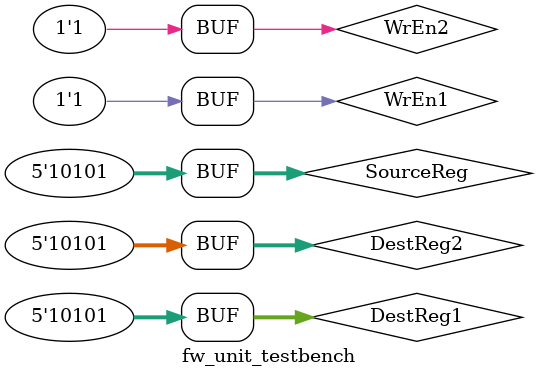
<source format=sv>
`timescale 1ps/1ps

module fw_unit (SourceReg, DestReg1, DestReg2, WrEn1, WrEn2, Fw_SourceReg);
	input  logic [4:0] SourceReg, DestReg1, DestReg2;
	input  logic       WrEn1, WrEn2;
	output logic [1:0] Fw_SourceReg;                        // 00 if no forwarding, 01/11 if 1 cycle, 10 if 2 cycle. Used for mux selection
                                                            // if both DestReg are equal to the source reg, use the most recent result

	assign Fw_SourceReg[0] = (SourceReg == DestReg1) && WrEn1 && (DestReg1 != 5'h1F);
	assign Fw_SourceReg[1] = (SourceReg == DestReg2) && WrEn2 && (DestReg2 != 5'h1F);
endmodule

module fw_unit_testbench();
	logic [4:0] SourceReg, DestReg1, DestReg2;
	logic       WrEn1, WrEn2;
	logic [1:0] Fw_SourceReg;

	fw_unit dut (.*);

	initial begin
		// test no write enable
		SourceReg = 5'h15; DestReg1 = 5'h15; DestReg2 = 5'h15; WrEn1 = 1'b0; WrEn2 = 1'b0; #250;
		// test x31
		SourceReg = 5'h1F; DestReg1 = 5'h1F; DestReg2 = 5'h00; WrEn1 = 1'b1; WrEn2 = 1'b1; #250;
		SourceReg = 5'h1F; DestReg1 = 5'h00; DestReg2 = 5'h1F; WrEn1 = 1'b1; WrEn2 = 1'b1; #250;
		// test SourceReg == DestReg1
		SourceReg = 5'h15; DestReg1 = 5'h15; DestReg2 = 5'h00; WrEn1 = 1'b1; WrEn2 = 1'b1; #250;
		// test SourceReg == DestReg2
		SourceReg = 5'h15; DestReg1 = 5'h00; DestReg2 = 5'h15; WrEn1 = 1'b1; WrEn2 = 1'b1; #250;
		// test if both are equal to DestReg
		SourceReg = 5'h15; DestReg1 = 5'h15; DestReg2 = 5'h15; WrEn1 = 1'b1; WrEn2 = 1'b1; #250;
	end
endmodule
</source>
